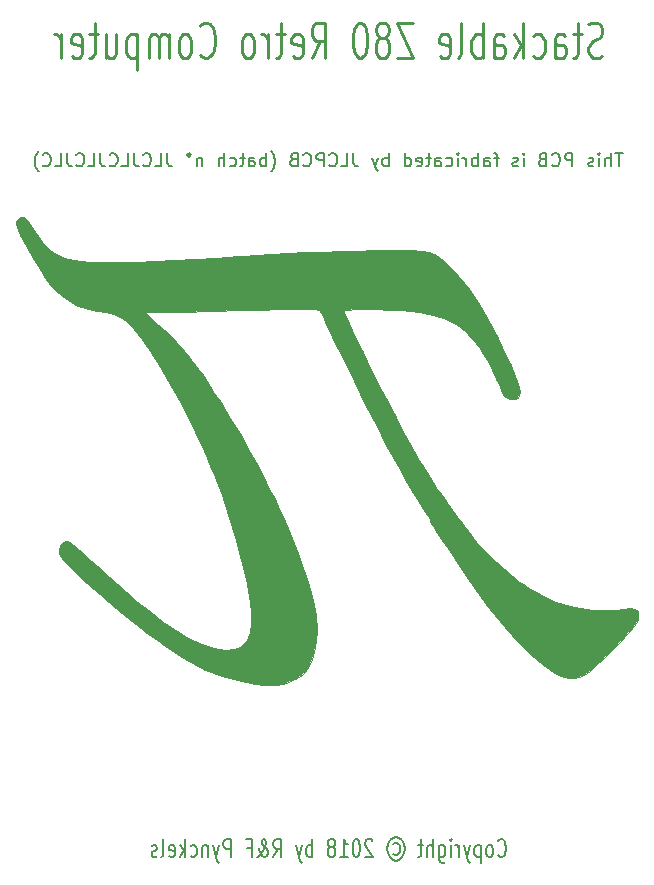
<source format=gbo>
%TF.GenerationSoftware,KiCad,Pcbnew,(5.0.0)*%
%TF.CreationDate,2018-10-23T17:17:03+02:00*%
%TF.ProjectId,S80 Breakout 2in,53383020427265616B6F75742032696E,1.0*%
%TF.SameCoordinates,Original*%
%TF.FileFunction,Legend,Bot*%
%TF.FilePolarity,Positive*%
%FSLAX46Y46*%
G04 Gerber Fmt 4.6, Leading zero omitted, Abs format (unit mm)*
G04 Created by KiCad (PCBNEW (5.0.0)) date 10/23/18 17:17:03*
%MOMM*%
%LPD*%
G01*
G04 APERTURE LIST*
%ADD10C,0.150000*%
%ADD11C,0.250000*%
%ADD12C,0.010000*%
G04 APERTURE END LIST*
D10*
X90495710Y-123542834D02*
X90548091Y-123614262D01*
X90705234Y-123685691D01*
X90809996Y-123685691D01*
X90967139Y-123614262D01*
X91071900Y-123471405D01*
X91124281Y-123328548D01*
X91176662Y-123042834D01*
X91176662Y-122828548D01*
X91124281Y-122542834D01*
X91071900Y-122399977D01*
X90967139Y-122257120D01*
X90809996Y-122185691D01*
X90705234Y-122185691D01*
X90548091Y-122257120D01*
X90495710Y-122328548D01*
X89867139Y-123685691D02*
X89971900Y-123614262D01*
X90024281Y-123542834D01*
X90076662Y-123399977D01*
X90076662Y-122971405D01*
X90024281Y-122828548D01*
X89971900Y-122757120D01*
X89867139Y-122685691D01*
X89709996Y-122685691D01*
X89605234Y-122757120D01*
X89552853Y-122828548D01*
X89500472Y-122971405D01*
X89500472Y-123399977D01*
X89552853Y-123542834D01*
X89605234Y-123614262D01*
X89709996Y-123685691D01*
X89867139Y-123685691D01*
X89029043Y-122685691D02*
X89029043Y-124185691D01*
X89029043Y-122757120D02*
X88924281Y-122685691D01*
X88714758Y-122685691D01*
X88609996Y-122757120D01*
X88557615Y-122828548D01*
X88505234Y-122971405D01*
X88505234Y-123399977D01*
X88557615Y-123542834D01*
X88609996Y-123614262D01*
X88714758Y-123685691D01*
X88924281Y-123685691D01*
X89029043Y-123614262D01*
X88138567Y-122685691D02*
X87876662Y-123685691D01*
X87614758Y-122685691D02*
X87876662Y-123685691D01*
X87981424Y-124042834D01*
X88033805Y-124114262D01*
X88138567Y-124185691D01*
X87195710Y-123685691D02*
X87195710Y-122685691D01*
X87195710Y-122971405D02*
X87143329Y-122828548D01*
X87090948Y-122757120D01*
X86986186Y-122685691D01*
X86881424Y-122685691D01*
X86514758Y-123685691D02*
X86514758Y-122685691D01*
X86514758Y-122185691D02*
X86567139Y-122257120D01*
X86514758Y-122328548D01*
X86462377Y-122257120D01*
X86514758Y-122185691D01*
X86514758Y-122328548D01*
X85519520Y-122685691D02*
X85519520Y-123899977D01*
X85571900Y-124042834D01*
X85624281Y-124114262D01*
X85729043Y-124185691D01*
X85886186Y-124185691D01*
X85990948Y-124114262D01*
X85519520Y-123614262D02*
X85624281Y-123685691D01*
X85833805Y-123685691D01*
X85938567Y-123614262D01*
X85990948Y-123542834D01*
X86043329Y-123399977D01*
X86043329Y-122971405D01*
X85990948Y-122828548D01*
X85938567Y-122757120D01*
X85833805Y-122685691D01*
X85624281Y-122685691D01*
X85519520Y-122757120D01*
X84995710Y-123685691D02*
X84995710Y-122185691D01*
X84524281Y-123685691D02*
X84524281Y-122899977D01*
X84576662Y-122757120D01*
X84681424Y-122685691D01*
X84838567Y-122685691D01*
X84943329Y-122757120D01*
X84995710Y-122828548D01*
X84157615Y-122685691D02*
X83738567Y-122685691D01*
X84000472Y-122185691D02*
X84000472Y-123471405D01*
X83948091Y-123614262D01*
X83843329Y-123685691D01*
X83738567Y-123685691D01*
X81643329Y-122542834D02*
X81748091Y-122471405D01*
X81957615Y-122471405D01*
X82062377Y-122542834D01*
X82167139Y-122685691D01*
X82219520Y-122828548D01*
X82219520Y-123114262D01*
X82167139Y-123257120D01*
X82062377Y-123399977D01*
X81957615Y-123471405D01*
X81748091Y-123471405D01*
X81643329Y-123399977D01*
X81852853Y-121971405D02*
X82114758Y-122042834D01*
X82376662Y-122257120D01*
X82533805Y-122614262D01*
X82586186Y-122971405D01*
X82533805Y-123328548D01*
X82376662Y-123685691D01*
X82114758Y-123899977D01*
X81852853Y-123971405D01*
X81590948Y-123899977D01*
X81329043Y-123685691D01*
X81171900Y-123328548D01*
X81119520Y-122971405D01*
X81171900Y-122614262D01*
X81329043Y-122257120D01*
X81590948Y-122042834D01*
X81852853Y-121971405D01*
X79862377Y-122328548D02*
X79809996Y-122257120D01*
X79705234Y-122185691D01*
X79443329Y-122185691D01*
X79338567Y-122257120D01*
X79286186Y-122328548D01*
X79233805Y-122471405D01*
X79233805Y-122614262D01*
X79286186Y-122828548D01*
X79914758Y-123685691D01*
X79233805Y-123685691D01*
X78552853Y-122185691D02*
X78448091Y-122185691D01*
X78343329Y-122257120D01*
X78290948Y-122328548D01*
X78238567Y-122471405D01*
X78186186Y-122757120D01*
X78186186Y-123114262D01*
X78238567Y-123399977D01*
X78290948Y-123542834D01*
X78343329Y-123614262D01*
X78448091Y-123685691D01*
X78552853Y-123685691D01*
X78657615Y-123614262D01*
X78709996Y-123542834D01*
X78762377Y-123399977D01*
X78814758Y-123114262D01*
X78814758Y-122757120D01*
X78762377Y-122471405D01*
X78709996Y-122328548D01*
X78657615Y-122257120D01*
X78552853Y-122185691D01*
X77138567Y-123685691D02*
X77767139Y-123685691D01*
X77452853Y-123685691D02*
X77452853Y-122185691D01*
X77557615Y-122399977D01*
X77662377Y-122542834D01*
X77767139Y-122614262D01*
X76509996Y-122828548D02*
X76614758Y-122757120D01*
X76667139Y-122685691D01*
X76719520Y-122542834D01*
X76719520Y-122471405D01*
X76667139Y-122328548D01*
X76614758Y-122257120D01*
X76509996Y-122185691D01*
X76300472Y-122185691D01*
X76195710Y-122257120D01*
X76143329Y-122328548D01*
X76090948Y-122471405D01*
X76090948Y-122542834D01*
X76143329Y-122685691D01*
X76195710Y-122757120D01*
X76300472Y-122828548D01*
X76509996Y-122828548D01*
X76614758Y-122899977D01*
X76667139Y-122971405D01*
X76719520Y-123114262D01*
X76719520Y-123399977D01*
X76667139Y-123542834D01*
X76614758Y-123614262D01*
X76509996Y-123685691D01*
X76300472Y-123685691D01*
X76195710Y-123614262D01*
X76143329Y-123542834D01*
X76090948Y-123399977D01*
X76090948Y-123114262D01*
X76143329Y-122971405D01*
X76195710Y-122899977D01*
X76300472Y-122828548D01*
X74781424Y-123685691D02*
X74781424Y-122185691D01*
X74781424Y-122757120D02*
X74676662Y-122685691D01*
X74467139Y-122685691D01*
X74362377Y-122757120D01*
X74309996Y-122828548D01*
X74257615Y-122971405D01*
X74257615Y-123399977D01*
X74309996Y-123542834D01*
X74362377Y-123614262D01*
X74467139Y-123685691D01*
X74676662Y-123685691D01*
X74781424Y-123614262D01*
X73890948Y-122685691D02*
X73629043Y-123685691D01*
X73367139Y-122685691D02*
X73629043Y-123685691D01*
X73733805Y-124042834D01*
X73786186Y-124114262D01*
X73890948Y-124185691D01*
X71481424Y-123685691D02*
X71848091Y-122971405D01*
X72109996Y-123685691D02*
X72109996Y-122185691D01*
X71690948Y-122185691D01*
X71586186Y-122257120D01*
X71533805Y-122328548D01*
X71481424Y-122471405D01*
X71481424Y-122685691D01*
X71533805Y-122828548D01*
X71586186Y-122899977D01*
X71690948Y-122971405D01*
X72109996Y-122971405D01*
X70119519Y-123685691D02*
X70171900Y-123685691D01*
X70276662Y-123614262D01*
X70433805Y-123399977D01*
X70695710Y-122971405D01*
X70800472Y-122757120D01*
X70852853Y-122542834D01*
X70852853Y-122399977D01*
X70800472Y-122257120D01*
X70695710Y-122185691D01*
X70643329Y-122185691D01*
X70538567Y-122257120D01*
X70486186Y-122399977D01*
X70486186Y-122471405D01*
X70538567Y-122614262D01*
X70590948Y-122685691D01*
X70905234Y-122971405D01*
X70957615Y-123042834D01*
X71009996Y-123185691D01*
X71009996Y-123399977D01*
X70957615Y-123542834D01*
X70905234Y-123614262D01*
X70800472Y-123685691D01*
X70643329Y-123685691D01*
X70538567Y-123614262D01*
X70486186Y-123542834D01*
X70329043Y-123257120D01*
X70276662Y-123042834D01*
X70276662Y-122899977D01*
X69281424Y-122899977D02*
X69648091Y-122899977D01*
X69648091Y-123685691D02*
X69648091Y-122185691D01*
X69124281Y-122185691D01*
X67867139Y-123685691D02*
X67867139Y-122185691D01*
X67448091Y-122185691D01*
X67343329Y-122257120D01*
X67290948Y-122328548D01*
X67238567Y-122471405D01*
X67238567Y-122685691D01*
X67290948Y-122828548D01*
X67343329Y-122899977D01*
X67448091Y-122971405D01*
X67867139Y-122971405D01*
X66871900Y-122685691D02*
X66609996Y-123685691D01*
X66348091Y-122685691D02*
X66609996Y-123685691D01*
X66714758Y-124042834D01*
X66767139Y-124114262D01*
X66871900Y-124185691D01*
X65929043Y-122685691D02*
X65929043Y-123685691D01*
X65929043Y-122828548D02*
X65876662Y-122757120D01*
X65771900Y-122685691D01*
X65614758Y-122685691D01*
X65509996Y-122757120D01*
X65457615Y-122899977D01*
X65457615Y-123685691D01*
X64462377Y-123614262D02*
X64567139Y-123685691D01*
X64776662Y-123685691D01*
X64881424Y-123614262D01*
X64933805Y-123542834D01*
X64986186Y-123399977D01*
X64986186Y-122971405D01*
X64933805Y-122828548D01*
X64881424Y-122757120D01*
X64776662Y-122685691D01*
X64567139Y-122685691D01*
X64462377Y-122757120D01*
X63990948Y-123685691D02*
X63990948Y-122185691D01*
X63886186Y-123114262D02*
X63571900Y-123685691D01*
X63571900Y-122685691D02*
X63990948Y-123257120D01*
X62681424Y-123614262D02*
X62786186Y-123685691D01*
X62995710Y-123685691D01*
X63100472Y-123614262D01*
X63152853Y-123471405D01*
X63152853Y-122899977D01*
X63100472Y-122757120D01*
X62995710Y-122685691D01*
X62786186Y-122685691D01*
X62681424Y-122757120D01*
X62629043Y-122899977D01*
X62629043Y-123042834D01*
X63152853Y-123185691D01*
X62000472Y-123685691D02*
X62105234Y-123614262D01*
X62157615Y-123471405D01*
X62157615Y-122185691D01*
X61633805Y-123614262D02*
X61529043Y-123685691D01*
X61319519Y-123685691D01*
X61214758Y-123614262D01*
X61162377Y-123471405D01*
X61162377Y-123399977D01*
X61214758Y-123257120D01*
X61319519Y-123185691D01*
X61476662Y-123185691D01*
X61581424Y-123114262D01*
X61633805Y-122971405D01*
X61633805Y-122899977D01*
X61581424Y-122757120D01*
X61476662Y-122685691D01*
X61319519Y-122685691D01*
X61214758Y-122757120D01*
D11*
X99295238Y-55884485D02*
X99009523Y-56027342D01*
X98533333Y-56027342D01*
X98342857Y-55884485D01*
X98247619Y-55741628D01*
X98152380Y-55455914D01*
X98152380Y-55170200D01*
X98247619Y-54884485D01*
X98342857Y-54741628D01*
X98533333Y-54598771D01*
X98914285Y-54455914D01*
X99104761Y-54313057D01*
X99200000Y-54170200D01*
X99295238Y-53884485D01*
X99295238Y-53598771D01*
X99200000Y-53313057D01*
X99104761Y-53170200D01*
X98914285Y-53027342D01*
X98438095Y-53027342D01*
X98152380Y-53170200D01*
X97580952Y-54027342D02*
X96819047Y-54027342D01*
X97295238Y-53027342D02*
X97295238Y-55598771D01*
X97200000Y-55884485D01*
X97009523Y-56027342D01*
X96819047Y-56027342D01*
X95295238Y-56027342D02*
X95295238Y-54455914D01*
X95390476Y-54170200D01*
X95580952Y-54027342D01*
X95961904Y-54027342D01*
X96152380Y-54170200D01*
X95295238Y-55884485D02*
X95485714Y-56027342D01*
X95961904Y-56027342D01*
X96152380Y-55884485D01*
X96247619Y-55598771D01*
X96247619Y-55313057D01*
X96152380Y-55027342D01*
X95961904Y-54884485D01*
X95485714Y-54884485D01*
X95295238Y-54741628D01*
X93485714Y-55884485D02*
X93676190Y-56027342D01*
X94057142Y-56027342D01*
X94247619Y-55884485D01*
X94342857Y-55741628D01*
X94438095Y-55455914D01*
X94438095Y-54598771D01*
X94342857Y-54313057D01*
X94247619Y-54170200D01*
X94057142Y-54027342D01*
X93676190Y-54027342D01*
X93485714Y-54170200D01*
X92628571Y-56027342D02*
X92628571Y-53027342D01*
X92438095Y-54884485D02*
X91866666Y-56027342D01*
X91866666Y-54027342D02*
X92628571Y-55170200D01*
X90152380Y-56027342D02*
X90152380Y-54455914D01*
X90247619Y-54170200D01*
X90438095Y-54027342D01*
X90819047Y-54027342D01*
X91009523Y-54170200D01*
X90152380Y-55884485D02*
X90342857Y-56027342D01*
X90819047Y-56027342D01*
X91009523Y-55884485D01*
X91104761Y-55598771D01*
X91104761Y-55313057D01*
X91009523Y-55027342D01*
X90819047Y-54884485D01*
X90342857Y-54884485D01*
X90152380Y-54741628D01*
X89200000Y-56027342D02*
X89200000Y-53027342D01*
X89200000Y-54170200D02*
X89009523Y-54027342D01*
X88628571Y-54027342D01*
X88438095Y-54170200D01*
X88342857Y-54313057D01*
X88247619Y-54598771D01*
X88247619Y-55455914D01*
X88342857Y-55741628D01*
X88438095Y-55884485D01*
X88628571Y-56027342D01*
X89009523Y-56027342D01*
X89200000Y-55884485D01*
X87104761Y-56027342D02*
X87295238Y-55884485D01*
X87390476Y-55598771D01*
X87390476Y-53027342D01*
X85580952Y-55884485D02*
X85771428Y-56027342D01*
X86152380Y-56027342D01*
X86342857Y-55884485D01*
X86438095Y-55598771D01*
X86438095Y-54455914D01*
X86342857Y-54170200D01*
X86152380Y-54027342D01*
X85771428Y-54027342D01*
X85580952Y-54170200D01*
X85485714Y-54455914D01*
X85485714Y-54741628D01*
X86438095Y-55027342D01*
X83295238Y-53027342D02*
X81961904Y-53027342D01*
X83295238Y-56027342D01*
X81961904Y-56027342D01*
X80914285Y-54313057D02*
X81104761Y-54170200D01*
X81200000Y-54027342D01*
X81295238Y-53741628D01*
X81295238Y-53598771D01*
X81200000Y-53313057D01*
X81104761Y-53170200D01*
X80914285Y-53027342D01*
X80533333Y-53027342D01*
X80342857Y-53170200D01*
X80247619Y-53313057D01*
X80152380Y-53598771D01*
X80152380Y-53741628D01*
X80247619Y-54027342D01*
X80342857Y-54170200D01*
X80533333Y-54313057D01*
X80914285Y-54313057D01*
X81104761Y-54455914D01*
X81200000Y-54598771D01*
X81295238Y-54884485D01*
X81295238Y-55455914D01*
X81200000Y-55741628D01*
X81104761Y-55884485D01*
X80914285Y-56027342D01*
X80533333Y-56027342D01*
X80342857Y-55884485D01*
X80247619Y-55741628D01*
X80152380Y-55455914D01*
X80152380Y-54884485D01*
X80247619Y-54598771D01*
X80342857Y-54455914D01*
X80533333Y-54313057D01*
X78914285Y-53027342D02*
X78723809Y-53027342D01*
X78533333Y-53170200D01*
X78438095Y-53313057D01*
X78342857Y-53598771D01*
X78247619Y-54170200D01*
X78247619Y-54884485D01*
X78342857Y-55455914D01*
X78438095Y-55741628D01*
X78533333Y-55884485D01*
X78723809Y-56027342D01*
X78914285Y-56027342D01*
X79104761Y-55884485D01*
X79200000Y-55741628D01*
X79295238Y-55455914D01*
X79390476Y-54884485D01*
X79390476Y-54170200D01*
X79295238Y-53598771D01*
X79200000Y-53313057D01*
X79104761Y-53170200D01*
X78914285Y-53027342D01*
X74723809Y-56027342D02*
X75390476Y-54598771D01*
X75866666Y-56027342D02*
X75866666Y-53027342D01*
X75104761Y-53027342D01*
X74914285Y-53170200D01*
X74819047Y-53313057D01*
X74723809Y-53598771D01*
X74723809Y-54027342D01*
X74819047Y-54313057D01*
X74914285Y-54455914D01*
X75104761Y-54598771D01*
X75866666Y-54598771D01*
X73104761Y-55884485D02*
X73295238Y-56027342D01*
X73676190Y-56027342D01*
X73866666Y-55884485D01*
X73961904Y-55598771D01*
X73961904Y-54455914D01*
X73866666Y-54170200D01*
X73676190Y-54027342D01*
X73295238Y-54027342D01*
X73104761Y-54170200D01*
X73009523Y-54455914D01*
X73009523Y-54741628D01*
X73961904Y-55027342D01*
X72438095Y-54027342D02*
X71676190Y-54027342D01*
X72152380Y-53027342D02*
X72152380Y-55598771D01*
X72057142Y-55884485D01*
X71866666Y-56027342D01*
X71676190Y-56027342D01*
X71009523Y-56027342D02*
X71009523Y-54027342D01*
X71009523Y-54598771D02*
X70914285Y-54313057D01*
X70819047Y-54170200D01*
X70628571Y-54027342D01*
X70438095Y-54027342D01*
X69485714Y-56027342D02*
X69676190Y-55884485D01*
X69771428Y-55741628D01*
X69866666Y-55455914D01*
X69866666Y-54598771D01*
X69771428Y-54313057D01*
X69676190Y-54170200D01*
X69485714Y-54027342D01*
X69200000Y-54027342D01*
X69009523Y-54170200D01*
X68914285Y-54313057D01*
X68819047Y-54598771D01*
X68819047Y-55455914D01*
X68914285Y-55741628D01*
X69009523Y-55884485D01*
X69200000Y-56027342D01*
X69485714Y-56027342D01*
X65295238Y-55741628D02*
X65390476Y-55884485D01*
X65676190Y-56027342D01*
X65866666Y-56027342D01*
X66152380Y-55884485D01*
X66342857Y-55598771D01*
X66438095Y-55313057D01*
X66533333Y-54741628D01*
X66533333Y-54313057D01*
X66438095Y-53741628D01*
X66342857Y-53455914D01*
X66152380Y-53170200D01*
X65866666Y-53027342D01*
X65676190Y-53027342D01*
X65390476Y-53170200D01*
X65295238Y-53313057D01*
X64152380Y-56027342D02*
X64342857Y-55884485D01*
X64438095Y-55741628D01*
X64533333Y-55455914D01*
X64533333Y-54598771D01*
X64438095Y-54313057D01*
X64342857Y-54170200D01*
X64152380Y-54027342D01*
X63866666Y-54027342D01*
X63676190Y-54170200D01*
X63580952Y-54313057D01*
X63485714Y-54598771D01*
X63485714Y-55455914D01*
X63580952Y-55741628D01*
X63676190Y-55884485D01*
X63866666Y-56027342D01*
X64152380Y-56027342D01*
X62628571Y-56027342D02*
X62628571Y-54027342D01*
X62628571Y-54313057D02*
X62533333Y-54170200D01*
X62342857Y-54027342D01*
X62057142Y-54027342D01*
X61866666Y-54170200D01*
X61771428Y-54455914D01*
X61771428Y-56027342D01*
X61771428Y-54455914D02*
X61676190Y-54170200D01*
X61485714Y-54027342D01*
X61200000Y-54027342D01*
X61009523Y-54170200D01*
X60914285Y-54455914D01*
X60914285Y-56027342D01*
X59961904Y-54027342D02*
X59961904Y-57027342D01*
X59961904Y-54170200D02*
X59771428Y-54027342D01*
X59390476Y-54027342D01*
X59200000Y-54170200D01*
X59104761Y-54313057D01*
X59009523Y-54598771D01*
X59009523Y-55455914D01*
X59104761Y-55741628D01*
X59200000Y-55884485D01*
X59390476Y-56027342D01*
X59771428Y-56027342D01*
X59961904Y-55884485D01*
X57295238Y-54027342D02*
X57295238Y-56027342D01*
X58152380Y-54027342D02*
X58152380Y-55598771D01*
X58057142Y-55884485D01*
X57866666Y-56027342D01*
X57580952Y-56027342D01*
X57390476Y-55884485D01*
X57295238Y-55741628D01*
X56628571Y-54027342D02*
X55866666Y-54027342D01*
X56342857Y-53027342D02*
X56342857Y-55598771D01*
X56247619Y-55884485D01*
X56057142Y-56027342D01*
X55866666Y-56027342D01*
X54438095Y-55884485D02*
X54628571Y-56027342D01*
X55009523Y-56027342D01*
X55200000Y-55884485D01*
X55295238Y-55598771D01*
X55295238Y-54455914D01*
X55200000Y-54170200D01*
X55009523Y-54027342D01*
X54628571Y-54027342D01*
X54438095Y-54170200D01*
X54342857Y-54455914D01*
X54342857Y-54741628D01*
X55295238Y-55027342D01*
X53485714Y-56027342D02*
X53485714Y-54027342D01*
X53485714Y-54598771D02*
X53390476Y-54313057D01*
X53295238Y-54170200D01*
X53104761Y-54027342D01*
X52914285Y-54027342D01*
D10*
X101040523Y-64094619D02*
X100411952Y-64094619D01*
X100726238Y-65194619D02*
X100726238Y-64094619D01*
X100045285Y-65194619D02*
X100045285Y-64094619D01*
X99573857Y-65194619D02*
X99573857Y-64618428D01*
X99626238Y-64513666D01*
X99731000Y-64461285D01*
X99888142Y-64461285D01*
X99992904Y-64513666D01*
X100045285Y-64566047D01*
X99050047Y-65194619D02*
X99050047Y-64461285D01*
X99050047Y-64094619D02*
X99102428Y-64147000D01*
X99050047Y-64199380D01*
X98997666Y-64147000D01*
X99050047Y-64094619D01*
X99050047Y-64199380D01*
X98578619Y-65142238D02*
X98473857Y-65194619D01*
X98264333Y-65194619D01*
X98159571Y-65142238D01*
X98107190Y-65037476D01*
X98107190Y-64985095D01*
X98159571Y-64880333D01*
X98264333Y-64827952D01*
X98421476Y-64827952D01*
X98526238Y-64775571D01*
X98578619Y-64670809D01*
X98578619Y-64618428D01*
X98526238Y-64513666D01*
X98421476Y-64461285D01*
X98264333Y-64461285D01*
X98159571Y-64513666D01*
X96797666Y-65194619D02*
X96797666Y-64094619D01*
X96378619Y-64094619D01*
X96273857Y-64147000D01*
X96221476Y-64199380D01*
X96169095Y-64304142D01*
X96169095Y-64461285D01*
X96221476Y-64566047D01*
X96273857Y-64618428D01*
X96378619Y-64670809D01*
X96797666Y-64670809D01*
X95069095Y-65089857D02*
X95121476Y-65142238D01*
X95278619Y-65194619D01*
X95383380Y-65194619D01*
X95540523Y-65142238D01*
X95645285Y-65037476D01*
X95697666Y-64932714D01*
X95750047Y-64723190D01*
X95750047Y-64566047D01*
X95697666Y-64356523D01*
X95645285Y-64251761D01*
X95540523Y-64147000D01*
X95383380Y-64094619D01*
X95278619Y-64094619D01*
X95121476Y-64147000D01*
X95069095Y-64199380D01*
X94231000Y-64618428D02*
X94073857Y-64670809D01*
X94021476Y-64723190D01*
X93969095Y-64827952D01*
X93969095Y-64985095D01*
X94021476Y-65089857D01*
X94073857Y-65142238D01*
X94178619Y-65194619D01*
X94597666Y-65194619D01*
X94597666Y-64094619D01*
X94231000Y-64094619D01*
X94126238Y-64147000D01*
X94073857Y-64199380D01*
X94021476Y-64304142D01*
X94021476Y-64408904D01*
X94073857Y-64513666D01*
X94126238Y-64566047D01*
X94231000Y-64618428D01*
X94597666Y-64618428D01*
X92659571Y-65194619D02*
X92659571Y-64461285D01*
X92659571Y-64094619D02*
X92711952Y-64147000D01*
X92659571Y-64199380D01*
X92607190Y-64147000D01*
X92659571Y-64094619D01*
X92659571Y-64199380D01*
X92188142Y-65142238D02*
X92083380Y-65194619D01*
X91873857Y-65194619D01*
X91769095Y-65142238D01*
X91716714Y-65037476D01*
X91716714Y-64985095D01*
X91769095Y-64880333D01*
X91873857Y-64827952D01*
X92031000Y-64827952D01*
X92135761Y-64775571D01*
X92188142Y-64670809D01*
X92188142Y-64618428D01*
X92135761Y-64513666D01*
X92031000Y-64461285D01*
X91873857Y-64461285D01*
X91769095Y-64513666D01*
X90564333Y-64461285D02*
X90145285Y-64461285D01*
X90407190Y-65194619D02*
X90407190Y-64251761D01*
X90354809Y-64147000D01*
X90250047Y-64094619D01*
X90145285Y-64094619D01*
X89307190Y-65194619D02*
X89307190Y-64618428D01*
X89359571Y-64513666D01*
X89464333Y-64461285D01*
X89673857Y-64461285D01*
X89778619Y-64513666D01*
X89307190Y-65142238D02*
X89411952Y-65194619D01*
X89673857Y-65194619D01*
X89778619Y-65142238D01*
X89831000Y-65037476D01*
X89831000Y-64932714D01*
X89778619Y-64827952D01*
X89673857Y-64775571D01*
X89411952Y-64775571D01*
X89307190Y-64723190D01*
X88783380Y-65194619D02*
X88783380Y-64094619D01*
X88783380Y-64513666D02*
X88678619Y-64461285D01*
X88469095Y-64461285D01*
X88364333Y-64513666D01*
X88311952Y-64566047D01*
X88259571Y-64670809D01*
X88259571Y-64985095D01*
X88311952Y-65089857D01*
X88364333Y-65142238D01*
X88469095Y-65194619D01*
X88678619Y-65194619D01*
X88783380Y-65142238D01*
X87788142Y-65194619D02*
X87788142Y-64461285D01*
X87788142Y-64670809D02*
X87735761Y-64566047D01*
X87683380Y-64513666D01*
X87578619Y-64461285D01*
X87473857Y-64461285D01*
X87107190Y-65194619D02*
X87107190Y-64461285D01*
X87107190Y-64094619D02*
X87159571Y-64147000D01*
X87107190Y-64199380D01*
X87054809Y-64147000D01*
X87107190Y-64094619D01*
X87107190Y-64199380D01*
X86111952Y-65142238D02*
X86216714Y-65194619D01*
X86426238Y-65194619D01*
X86530999Y-65142238D01*
X86583380Y-65089857D01*
X86635761Y-64985095D01*
X86635761Y-64670809D01*
X86583380Y-64566047D01*
X86530999Y-64513666D01*
X86426238Y-64461285D01*
X86216714Y-64461285D01*
X86111952Y-64513666D01*
X85169095Y-65194619D02*
X85169095Y-64618428D01*
X85221476Y-64513666D01*
X85326238Y-64461285D01*
X85535761Y-64461285D01*
X85640523Y-64513666D01*
X85169095Y-65142238D02*
X85273857Y-65194619D01*
X85535761Y-65194619D01*
X85640523Y-65142238D01*
X85692904Y-65037476D01*
X85692904Y-64932714D01*
X85640523Y-64827952D01*
X85535761Y-64775571D01*
X85273857Y-64775571D01*
X85169095Y-64723190D01*
X84802428Y-64461285D02*
X84383380Y-64461285D01*
X84645285Y-64094619D02*
X84645285Y-65037476D01*
X84592904Y-65142238D01*
X84488142Y-65194619D01*
X84383380Y-65194619D01*
X83597666Y-65142238D02*
X83702428Y-65194619D01*
X83911952Y-65194619D01*
X84016714Y-65142238D01*
X84069095Y-65037476D01*
X84069095Y-64618428D01*
X84016714Y-64513666D01*
X83911952Y-64461285D01*
X83702428Y-64461285D01*
X83597666Y-64513666D01*
X83545285Y-64618428D01*
X83545285Y-64723190D01*
X84069095Y-64827952D01*
X82602428Y-65194619D02*
X82602428Y-64094619D01*
X82602428Y-65142238D02*
X82707190Y-65194619D01*
X82916714Y-65194619D01*
X83021476Y-65142238D01*
X83073857Y-65089857D01*
X83126238Y-64985095D01*
X83126238Y-64670809D01*
X83073857Y-64566047D01*
X83021476Y-64513666D01*
X82916714Y-64461285D01*
X82707190Y-64461285D01*
X82602428Y-64513666D01*
X81240523Y-65194619D02*
X81240523Y-64094619D01*
X81240523Y-64513666D02*
X81135761Y-64461285D01*
X80926238Y-64461285D01*
X80821476Y-64513666D01*
X80769095Y-64566047D01*
X80716714Y-64670809D01*
X80716714Y-64985095D01*
X80769095Y-65089857D01*
X80821476Y-65142238D01*
X80926238Y-65194619D01*
X81135761Y-65194619D01*
X81240523Y-65142238D01*
X80350047Y-64461285D02*
X80088142Y-65194619D01*
X79826238Y-64461285D02*
X80088142Y-65194619D01*
X80192904Y-65456523D01*
X80245285Y-65508904D01*
X80350047Y-65561285D01*
X78254809Y-64094619D02*
X78254809Y-64880333D01*
X78307190Y-65037476D01*
X78411952Y-65142238D01*
X78569095Y-65194619D01*
X78673857Y-65194619D01*
X77207190Y-65194619D02*
X77730999Y-65194619D01*
X77730999Y-64094619D01*
X76211952Y-65089857D02*
X76264333Y-65142238D01*
X76421476Y-65194619D01*
X76526238Y-65194619D01*
X76683380Y-65142238D01*
X76788142Y-65037476D01*
X76840523Y-64932714D01*
X76892904Y-64723190D01*
X76892904Y-64566047D01*
X76840523Y-64356523D01*
X76788142Y-64251761D01*
X76683380Y-64147000D01*
X76526238Y-64094619D01*
X76421476Y-64094619D01*
X76264333Y-64147000D01*
X76211952Y-64199380D01*
X75740523Y-65194619D02*
X75740523Y-64094619D01*
X75321476Y-64094619D01*
X75216714Y-64147000D01*
X75164333Y-64199380D01*
X75111952Y-64304142D01*
X75111952Y-64461285D01*
X75164333Y-64566047D01*
X75216714Y-64618428D01*
X75321476Y-64670809D01*
X75740523Y-64670809D01*
X74011952Y-65089857D02*
X74064333Y-65142238D01*
X74221476Y-65194619D01*
X74326238Y-65194619D01*
X74483380Y-65142238D01*
X74588142Y-65037476D01*
X74640523Y-64932714D01*
X74692904Y-64723190D01*
X74692904Y-64566047D01*
X74640523Y-64356523D01*
X74588142Y-64251761D01*
X74483380Y-64147000D01*
X74326238Y-64094619D01*
X74221476Y-64094619D01*
X74064333Y-64147000D01*
X74011952Y-64199380D01*
X73173857Y-64618428D02*
X73016714Y-64670809D01*
X72964333Y-64723190D01*
X72911952Y-64827952D01*
X72911952Y-64985095D01*
X72964333Y-65089857D01*
X73016714Y-65142238D01*
X73121476Y-65194619D01*
X73540523Y-65194619D01*
X73540523Y-64094619D01*
X73173857Y-64094619D01*
X73069095Y-64147000D01*
X73016714Y-64199380D01*
X72964333Y-64304142D01*
X72964333Y-64408904D01*
X73016714Y-64513666D01*
X73069095Y-64566047D01*
X73173857Y-64618428D01*
X73540523Y-64618428D01*
X71288142Y-65613666D02*
X71340523Y-65561285D01*
X71445285Y-65404142D01*
X71497666Y-65299380D01*
X71550047Y-65142238D01*
X71602428Y-64880333D01*
X71602428Y-64670809D01*
X71550047Y-64408904D01*
X71497666Y-64251761D01*
X71445285Y-64147000D01*
X71340523Y-63989857D01*
X71288142Y-63937476D01*
X70869095Y-65194619D02*
X70869095Y-64094619D01*
X70869095Y-64513666D02*
X70764333Y-64461285D01*
X70554809Y-64461285D01*
X70450047Y-64513666D01*
X70397666Y-64566047D01*
X70345285Y-64670809D01*
X70345285Y-64985095D01*
X70397666Y-65089857D01*
X70450047Y-65142238D01*
X70554809Y-65194619D01*
X70764333Y-65194619D01*
X70869095Y-65142238D01*
X69402428Y-65194619D02*
X69402428Y-64618428D01*
X69454809Y-64513666D01*
X69559571Y-64461285D01*
X69769095Y-64461285D01*
X69873857Y-64513666D01*
X69402428Y-65142238D02*
X69507190Y-65194619D01*
X69769095Y-65194619D01*
X69873857Y-65142238D01*
X69926238Y-65037476D01*
X69926238Y-64932714D01*
X69873857Y-64827952D01*
X69769095Y-64775571D01*
X69507190Y-64775571D01*
X69402428Y-64723190D01*
X69035761Y-64461285D02*
X68616714Y-64461285D01*
X68878619Y-64094619D02*
X68878619Y-65037476D01*
X68826238Y-65142238D01*
X68721476Y-65194619D01*
X68616714Y-65194619D01*
X67778619Y-65142238D02*
X67883380Y-65194619D01*
X68092904Y-65194619D01*
X68197666Y-65142238D01*
X68250047Y-65089857D01*
X68302428Y-64985095D01*
X68302428Y-64670809D01*
X68250047Y-64566047D01*
X68197666Y-64513666D01*
X68092904Y-64461285D01*
X67883380Y-64461285D01*
X67778619Y-64513666D01*
X67307190Y-65194619D02*
X67307190Y-64094619D01*
X66835761Y-65194619D02*
X66835761Y-64618428D01*
X66888142Y-64513666D01*
X66992904Y-64461285D01*
X67150047Y-64461285D01*
X67254809Y-64513666D01*
X67307190Y-64566047D01*
X65473857Y-64461285D02*
X65473857Y-65194619D01*
X65473857Y-64566047D02*
X65421476Y-64513666D01*
X65316714Y-64461285D01*
X65159571Y-64461285D01*
X65054809Y-64513666D01*
X65002428Y-64618428D01*
X65002428Y-65194619D01*
X64321476Y-64094619D02*
X64426238Y-64147000D01*
X64478619Y-64251761D01*
X64426238Y-64356523D01*
X64321476Y-64408904D01*
X64216714Y-64356523D01*
X64164333Y-64251761D01*
X64216714Y-64147000D01*
X64321476Y-64094619D01*
X62488142Y-64094619D02*
X62488142Y-64880333D01*
X62540523Y-65037476D01*
X62645285Y-65142238D01*
X62802428Y-65194619D01*
X62907190Y-65194619D01*
X61440523Y-65194619D02*
X61964333Y-65194619D01*
X61964333Y-64094619D01*
X60445285Y-65089857D02*
X60497666Y-65142238D01*
X60654809Y-65194619D01*
X60759571Y-65194619D01*
X60916714Y-65142238D01*
X61021476Y-65037476D01*
X61073857Y-64932714D01*
X61126238Y-64723190D01*
X61126238Y-64566047D01*
X61073857Y-64356523D01*
X61021476Y-64251761D01*
X60916714Y-64147000D01*
X60759571Y-64094619D01*
X60654809Y-64094619D01*
X60497666Y-64147000D01*
X60445285Y-64199380D01*
X59659571Y-64094619D02*
X59659571Y-64880333D01*
X59711952Y-65037476D01*
X59816714Y-65142238D01*
X59973857Y-65194619D01*
X60078619Y-65194619D01*
X58611952Y-65194619D02*
X59135761Y-65194619D01*
X59135761Y-64094619D01*
X57616714Y-65089857D02*
X57669095Y-65142238D01*
X57826238Y-65194619D01*
X57930999Y-65194619D01*
X58088142Y-65142238D01*
X58192904Y-65037476D01*
X58245285Y-64932714D01*
X58297666Y-64723190D01*
X58297666Y-64566047D01*
X58245285Y-64356523D01*
X58192904Y-64251761D01*
X58088142Y-64147000D01*
X57930999Y-64094619D01*
X57826238Y-64094619D01*
X57669095Y-64147000D01*
X57616714Y-64199380D01*
X56830999Y-64094619D02*
X56830999Y-64880333D01*
X56883380Y-65037476D01*
X56988142Y-65142238D01*
X57145285Y-65194619D01*
X57250047Y-65194619D01*
X55783380Y-65194619D02*
X56307190Y-65194619D01*
X56307190Y-64094619D01*
X54788142Y-65089857D02*
X54840523Y-65142238D01*
X54997666Y-65194619D01*
X55102428Y-65194619D01*
X55259571Y-65142238D01*
X55364333Y-65037476D01*
X55416714Y-64932714D01*
X55469095Y-64723190D01*
X55469095Y-64566047D01*
X55416714Y-64356523D01*
X55364333Y-64251761D01*
X55259571Y-64147000D01*
X55102428Y-64094619D01*
X54997666Y-64094619D01*
X54840523Y-64147000D01*
X54788142Y-64199380D01*
X54002428Y-64094619D02*
X54002428Y-64880333D01*
X54054809Y-65037476D01*
X54159571Y-65142238D01*
X54316714Y-65194619D01*
X54421476Y-65194619D01*
X52954809Y-65194619D02*
X53478619Y-65194619D01*
X53478619Y-64094619D01*
X51959571Y-65089857D02*
X52011952Y-65142238D01*
X52169095Y-65194619D01*
X52273857Y-65194619D01*
X52430999Y-65142238D01*
X52535761Y-65037476D01*
X52588142Y-64932714D01*
X52640523Y-64723190D01*
X52640523Y-64566047D01*
X52588142Y-64356523D01*
X52535761Y-64251761D01*
X52430999Y-64147000D01*
X52273857Y-64094619D01*
X52169095Y-64094619D01*
X52011952Y-64147000D01*
X51959571Y-64199380D01*
X51592904Y-65613666D02*
X51540523Y-65561285D01*
X51435761Y-65404142D01*
X51383380Y-65299380D01*
X51330999Y-65142238D01*
X51278619Y-64880333D01*
X51278619Y-64670809D01*
X51330999Y-64408904D01*
X51383380Y-64251761D01*
X51435761Y-64147000D01*
X51540523Y-63989857D01*
X51592904Y-63937476D01*
D12*
G36*
X50149094Y-69485062D02*
X49886519Y-69668190D01*
X49702995Y-69877698D01*
X49656451Y-70074731D01*
X49739694Y-70375292D01*
X49828560Y-70602704D01*
X50023923Y-71015474D01*
X50347618Y-71617679D01*
X50762392Y-72345739D01*
X51230994Y-73136073D01*
X51716170Y-73925103D01*
X52180668Y-74649247D01*
X52336399Y-74882919D01*
X52992443Y-75670652D01*
X53813411Y-76385884D01*
X54582193Y-76870578D01*
X54949612Y-77009791D01*
X55520589Y-77172581D01*
X56200331Y-77333319D01*
X56575476Y-77409524D01*
X57265859Y-77555539D01*
X57889900Y-77713283D01*
X58356691Y-77858600D01*
X58513651Y-77924572D01*
X59018516Y-78294258D01*
X59616765Y-78915911D01*
X60290919Y-79760170D01*
X61023498Y-80797677D01*
X61797021Y-81999074D01*
X62594009Y-83335001D01*
X63396981Y-84776100D01*
X64188460Y-86293013D01*
X64950963Y-87856380D01*
X65667012Y-89436843D01*
X66319126Y-91005043D01*
X66353540Y-91092262D01*
X67093501Y-93058218D01*
X67747341Y-94967576D01*
X68310129Y-96796355D01*
X68776932Y-98520577D01*
X69142822Y-100116263D01*
X69402866Y-101559435D01*
X69552134Y-102826113D01*
X69585695Y-103892320D01*
X69498617Y-104734076D01*
X69285971Y-105327403D01*
X69282142Y-105333729D01*
X68830956Y-105799566D01*
X68192084Y-106056394D01*
X67390865Y-106109807D01*
X66452636Y-105965399D01*
X65402736Y-105628766D01*
X64266503Y-105105502D01*
X63069275Y-104401201D01*
X62147907Y-103758532D01*
X61083918Y-102936194D01*
X59883491Y-101957708D01*
X58619560Y-100885090D01*
X57365061Y-99780359D01*
X56192930Y-98705531D01*
X56077517Y-98596851D01*
X55436341Y-98007935D01*
X54864675Y-97514122D01*
X54403410Y-97148587D01*
X54093437Y-96944503D01*
X54002133Y-96913095D01*
X53670960Y-97046618D01*
X53420270Y-97377642D01*
X53312131Y-97801847D01*
X53335159Y-98034147D01*
X53494588Y-98298955D01*
X53864584Y-98722602D01*
X54415927Y-99279705D01*
X55119401Y-99944881D01*
X55945785Y-100692749D01*
X56865862Y-101497926D01*
X57850414Y-102335029D01*
X58870221Y-103178677D01*
X59896065Y-104003487D01*
X60898727Y-104784076D01*
X61848990Y-105495062D01*
X62286443Y-105810208D01*
X64025290Y-106939533D01*
X65712285Y-107810889D01*
X67404882Y-108448240D01*
X69160534Y-108875550D01*
X69928976Y-108997938D01*
X70727583Y-109096996D01*
X71316116Y-109138157D01*
X71781617Y-109119690D01*
X72211133Y-109039861D01*
X72538812Y-108945973D01*
X73329644Y-108634203D01*
X73924301Y-108228023D01*
X74374636Y-107670007D01*
X74732502Y-106902731D01*
X74930533Y-106297261D01*
X75123088Y-105367057D01*
X75172785Y-104342706D01*
X75074857Y-103195446D01*
X74824538Y-101896513D01*
X74417063Y-100417142D01*
X73847665Y-98728570D01*
X73538493Y-97895833D01*
X73232068Y-97121955D01*
X72854944Y-96217477D01*
X72444319Y-95267280D01*
X72037388Y-94356242D01*
X71671347Y-93569245D01*
X71418337Y-93057738D01*
X71139868Y-92507673D01*
X70860352Y-91935402D01*
X70818954Y-91848214D01*
X70623368Y-91458376D01*
X70325322Y-90893249D01*
X69971545Y-90240558D01*
X69731738Y-89807143D01*
X69341999Y-89108132D01*
X68950847Y-88405026D01*
X68616073Y-87801777D01*
X68470884Y-87539286D01*
X68159678Y-87003418D01*
X67842454Y-86500740D01*
X67660959Y-86239895D01*
X67435207Y-85915318D01*
X67315699Y-85697398D01*
X67310000Y-85671817D01*
X67229418Y-85511903D01*
X67012721Y-85163550D01*
X66697483Y-84685840D01*
X66478453Y-84364285D01*
X66121708Y-83833323D01*
X65841538Y-83391554D01*
X65675753Y-83099963D01*
X65646905Y-83023198D01*
X65543238Y-82826564D01*
X65410754Y-82693418D01*
X65206301Y-82468651D01*
X64908776Y-82078211D01*
X64622487Y-81665632D01*
X64160156Y-81062259D01*
X63479024Y-80307492D01*
X62604758Y-79427894D01*
X61563026Y-78450026D01*
X61186786Y-78110209D01*
X60582024Y-77568896D01*
X61489167Y-77567965D01*
X61835578Y-77563492D01*
X62446912Y-77551107D01*
X63285837Y-77531742D01*
X64315024Y-77506328D01*
X65497143Y-77475798D01*
X66794865Y-77441084D01*
X68170859Y-77403117D01*
X68774388Y-77386106D01*
X70466541Y-77340561D01*
X71874613Y-77308307D01*
X73016609Y-77289308D01*
X73910536Y-77283531D01*
X74574399Y-77290939D01*
X75026204Y-77311499D01*
X75283958Y-77345175D01*
X75355141Y-77373380D01*
X75534796Y-77618967D01*
X75724574Y-78015440D01*
X75763346Y-78118113D01*
X75883657Y-78401771D01*
X76120873Y-78915741D01*
X76455520Y-79620455D01*
X76868128Y-80476346D01*
X77339223Y-81443844D01*
X77849334Y-82483383D01*
X78378988Y-83555393D01*
X78908713Y-84620306D01*
X79419036Y-85638554D01*
X79890487Y-86570569D01*
X80303592Y-87376782D01*
X80585676Y-87917262D01*
X81125600Y-88927212D01*
X81694243Y-89969919D01*
X82267873Y-91003776D01*
X82822758Y-91987176D01*
X83335167Y-92878511D01*
X83781366Y-93636175D01*
X84137624Y-94218559D01*
X84380210Y-94584056D01*
X84413187Y-94627709D01*
X84615448Y-94922813D01*
X84696905Y-95114778D01*
X84775000Y-95303437D01*
X84974650Y-95647085D01*
X85130515Y-95888139D01*
X85355715Y-96225528D01*
X85711270Y-96759851D01*
X86160531Y-97435961D01*
X86666853Y-98198712D01*
X87109702Y-98866417D01*
X88402826Y-100750388D01*
X89673882Y-102472147D01*
X90906777Y-104013640D01*
X92085420Y-105356813D01*
X93193719Y-106483612D01*
X94215582Y-107375984D01*
X95134916Y-108015874D01*
X95391026Y-108157302D01*
X95868668Y-108342736D01*
X96427383Y-108481347D01*
X96538474Y-108498924D01*
X96935505Y-108515996D01*
X97324744Y-108436618D01*
X97748615Y-108235581D01*
X98249544Y-107887673D01*
X98869957Y-107367683D01*
X99652278Y-106650400D01*
X99657608Y-106645392D01*
X100663437Y-105663586D01*
X101445470Y-104820201D01*
X101996842Y-104123718D01*
X102310691Y-103582617D01*
X102386191Y-103273758D01*
X102323213Y-102859727D01*
X102107079Y-102639368D01*
X101696984Y-102592758D01*
X101161327Y-102675747D01*
X100421623Y-102767181D01*
X99491299Y-102783656D01*
X98471002Y-102731443D01*
X97461380Y-102616810D01*
X96563078Y-102446028D01*
X96286562Y-102372079D01*
X95425907Y-102089892D01*
X94647313Y-101763036D01*
X93852305Y-101343911D01*
X92942407Y-100784915D01*
X92765317Y-100670008D01*
X92214065Y-100271734D01*
X91544100Y-99729230D01*
X90811458Y-99094216D01*
X90072172Y-98418413D01*
X89382278Y-97753539D01*
X88797811Y-97151316D01*
X88374807Y-96663463D01*
X88268508Y-96519484D01*
X88030417Y-96184476D01*
X87672419Y-95695881D01*
X87258238Y-95140352D01*
X87101083Y-94931984D01*
X86702078Y-94393691D01*
X86257938Y-93776591D01*
X85803067Y-93130756D01*
X85371869Y-92506258D01*
X84998749Y-91953167D01*
X84718112Y-91521555D01*
X84564361Y-91261492D01*
X84545714Y-91212975D01*
X84466401Y-91053381D01*
X84270478Y-90753337D01*
X84218779Y-90679802D01*
X83905876Y-90196822D01*
X83482216Y-89477837D01*
X82967060Y-88559842D01*
X82379667Y-87479834D01*
X81739297Y-86274810D01*
X81065208Y-84981765D01*
X80376661Y-83637696D01*
X79692916Y-82279599D01*
X79033231Y-80944471D01*
X78416867Y-79669307D01*
X77863082Y-78491105D01*
X77782766Y-78316666D01*
X77331728Y-77333928D01*
X78708662Y-77287169D01*
X79392852Y-77281255D01*
X80270824Y-77298747D01*
X81235163Y-77336314D01*
X82178453Y-77390625D01*
X82284784Y-77398084D01*
X83775283Y-77547396D01*
X85017438Y-77776960D01*
X86059856Y-78110003D01*
X86951148Y-78569752D01*
X87739924Y-79179433D01*
X88474793Y-79962273D01*
X88953481Y-80584524D01*
X89253364Y-81055189D01*
X89619521Y-81709916D01*
X90003491Y-82452997D01*
X90356816Y-83188724D01*
X90631036Y-83821390D01*
X90733913Y-84100863D01*
X91016491Y-84632517D01*
X91418182Y-84903794D01*
X91882458Y-84905957D01*
X92152038Y-84779866D01*
X92299557Y-84548906D01*
X92319645Y-84186456D01*
X92206929Y-83665899D01*
X91956037Y-82960614D01*
X91561599Y-82043985D01*
X91110629Y-81081254D01*
X90831393Y-80491592D01*
X90609389Y-80008093D01*
X90472463Y-79692280D01*
X90442143Y-79604143D01*
X90368520Y-79436161D01*
X90183144Y-79111930D01*
X90087092Y-78956222D01*
X89788700Y-78461190D01*
X89466013Y-77895824D01*
X89365317Y-77711905D01*
X88773698Y-76710827D01*
X88087683Y-75708644D01*
X87350175Y-74756451D01*
X86604074Y-73905348D01*
X85892283Y-73206432D01*
X85257705Y-72710802D01*
X85074881Y-72601820D01*
X84679894Y-72465553D01*
X84057400Y-72368817D01*
X83174584Y-72306963D01*
X82921648Y-72296840D01*
X82185741Y-72284357D01*
X81196690Y-72287895D01*
X80003214Y-72305761D01*
X78654029Y-72336259D01*
X77197856Y-72377695D01*
X75683411Y-72428374D01*
X74159412Y-72486602D01*
X72674577Y-72550684D01*
X71277625Y-72618924D01*
X70017273Y-72689629D01*
X68942240Y-72761105D01*
X68443929Y-72800444D01*
X66658418Y-72941131D01*
X64871952Y-73060780D01*
X63118113Y-73158524D01*
X61430486Y-73233499D01*
X59842653Y-73284839D01*
X58388197Y-73311680D01*
X57100704Y-73313157D01*
X56013755Y-73288404D01*
X55160934Y-73236557D01*
X54579644Y-73157562D01*
X53772883Y-72945062D01*
X53114254Y-72658162D01*
X52541830Y-72249545D01*
X51993680Y-71671897D01*
X51407878Y-70877899D01*
X51211263Y-70583946D01*
X50877223Y-70095500D01*
X50587983Y-69706757D01*
X50396321Y-69487847D01*
X50372530Y-69469467D01*
X50149094Y-69485062D01*
X50149094Y-69485062D01*
G37*
X50149094Y-69485062D02*
X49886519Y-69668190D01*
X49702995Y-69877698D01*
X49656451Y-70074731D01*
X49739694Y-70375292D01*
X49828560Y-70602704D01*
X50023923Y-71015474D01*
X50347618Y-71617679D01*
X50762392Y-72345739D01*
X51230994Y-73136073D01*
X51716170Y-73925103D01*
X52180668Y-74649247D01*
X52336399Y-74882919D01*
X52992443Y-75670652D01*
X53813411Y-76385884D01*
X54582193Y-76870578D01*
X54949612Y-77009791D01*
X55520589Y-77172581D01*
X56200331Y-77333319D01*
X56575476Y-77409524D01*
X57265859Y-77555539D01*
X57889900Y-77713283D01*
X58356691Y-77858600D01*
X58513651Y-77924572D01*
X59018516Y-78294258D01*
X59616765Y-78915911D01*
X60290919Y-79760170D01*
X61023498Y-80797677D01*
X61797021Y-81999074D01*
X62594009Y-83335001D01*
X63396981Y-84776100D01*
X64188460Y-86293013D01*
X64950963Y-87856380D01*
X65667012Y-89436843D01*
X66319126Y-91005043D01*
X66353540Y-91092262D01*
X67093501Y-93058218D01*
X67747341Y-94967576D01*
X68310129Y-96796355D01*
X68776932Y-98520577D01*
X69142822Y-100116263D01*
X69402866Y-101559435D01*
X69552134Y-102826113D01*
X69585695Y-103892320D01*
X69498617Y-104734076D01*
X69285971Y-105327403D01*
X69282142Y-105333729D01*
X68830956Y-105799566D01*
X68192084Y-106056394D01*
X67390865Y-106109807D01*
X66452636Y-105965399D01*
X65402736Y-105628766D01*
X64266503Y-105105502D01*
X63069275Y-104401201D01*
X62147907Y-103758532D01*
X61083918Y-102936194D01*
X59883491Y-101957708D01*
X58619560Y-100885090D01*
X57365061Y-99780359D01*
X56192930Y-98705531D01*
X56077517Y-98596851D01*
X55436341Y-98007935D01*
X54864675Y-97514122D01*
X54403410Y-97148587D01*
X54093437Y-96944503D01*
X54002133Y-96913095D01*
X53670960Y-97046618D01*
X53420270Y-97377642D01*
X53312131Y-97801847D01*
X53335159Y-98034147D01*
X53494588Y-98298955D01*
X53864584Y-98722602D01*
X54415927Y-99279705D01*
X55119401Y-99944881D01*
X55945785Y-100692749D01*
X56865862Y-101497926D01*
X57850414Y-102335029D01*
X58870221Y-103178677D01*
X59896065Y-104003487D01*
X60898727Y-104784076D01*
X61848990Y-105495062D01*
X62286443Y-105810208D01*
X64025290Y-106939533D01*
X65712285Y-107810889D01*
X67404882Y-108448240D01*
X69160534Y-108875550D01*
X69928976Y-108997938D01*
X70727583Y-109096996D01*
X71316116Y-109138157D01*
X71781617Y-109119690D01*
X72211133Y-109039861D01*
X72538812Y-108945973D01*
X73329644Y-108634203D01*
X73924301Y-108228023D01*
X74374636Y-107670007D01*
X74732502Y-106902731D01*
X74930533Y-106297261D01*
X75123088Y-105367057D01*
X75172785Y-104342706D01*
X75074857Y-103195446D01*
X74824538Y-101896513D01*
X74417063Y-100417142D01*
X73847665Y-98728570D01*
X73538493Y-97895833D01*
X73232068Y-97121955D01*
X72854944Y-96217477D01*
X72444319Y-95267280D01*
X72037388Y-94356242D01*
X71671347Y-93569245D01*
X71418337Y-93057738D01*
X71139868Y-92507673D01*
X70860352Y-91935402D01*
X70818954Y-91848214D01*
X70623368Y-91458376D01*
X70325322Y-90893249D01*
X69971545Y-90240558D01*
X69731738Y-89807143D01*
X69341999Y-89108132D01*
X68950847Y-88405026D01*
X68616073Y-87801777D01*
X68470884Y-87539286D01*
X68159678Y-87003418D01*
X67842454Y-86500740D01*
X67660959Y-86239895D01*
X67435207Y-85915318D01*
X67315699Y-85697398D01*
X67310000Y-85671817D01*
X67229418Y-85511903D01*
X67012721Y-85163550D01*
X66697483Y-84685840D01*
X66478453Y-84364285D01*
X66121708Y-83833323D01*
X65841538Y-83391554D01*
X65675753Y-83099963D01*
X65646905Y-83023198D01*
X65543238Y-82826564D01*
X65410754Y-82693418D01*
X65206301Y-82468651D01*
X64908776Y-82078211D01*
X64622487Y-81665632D01*
X64160156Y-81062259D01*
X63479024Y-80307492D01*
X62604758Y-79427894D01*
X61563026Y-78450026D01*
X61186786Y-78110209D01*
X60582024Y-77568896D01*
X61489167Y-77567965D01*
X61835578Y-77563492D01*
X62446912Y-77551107D01*
X63285837Y-77531742D01*
X64315024Y-77506328D01*
X65497143Y-77475798D01*
X66794865Y-77441084D01*
X68170859Y-77403117D01*
X68774388Y-77386106D01*
X70466541Y-77340561D01*
X71874613Y-77308307D01*
X73016609Y-77289308D01*
X73910536Y-77283531D01*
X74574399Y-77290939D01*
X75026204Y-77311499D01*
X75283958Y-77345175D01*
X75355141Y-77373380D01*
X75534796Y-77618967D01*
X75724574Y-78015440D01*
X75763346Y-78118113D01*
X75883657Y-78401771D01*
X76120873Y-78915741D01*
X76455520Y-79620455D01*
X76868128Y-80476346D01*
X77339223Y-81443844D01*
X77849334Y-82483383D01*
X78378988Y-83555393D01*
X78908713Y-84620306D01*
X79419036Y-85638554D01*
X79890487Y-86570569D01*
X80303592Y-87376782D01*
X80585676Y-87917262D01*
X81125600Y-88927212D01*
X81694243Y-89969919D01*
X82267873Y-91003776D01*
X82822758Y-91987176D01*
X83335167Y-92878511D01*
X83781366Y-93636175D01*
X84137624Y-94218559D01*
X84380210Y-94584056D01*
X84413187Y-94627709D01*
X84615448Y-94922813D01*
X84696905Y-95114778D01*
X84775000Y-95303437D01*
X84974650Y-95647085D01*
X85130515Y-95888139D01*
X85355715Y-96225528D01*
X85711270Y-96759851D01*
X86160531Y-97435961D01*
X86666853Y-98198712D01*
X87109702Y-98866417D01*
X88402826Y-100750388D01*
X89673882Y-102472147D01*
X90906777Y-104013640D01*
X92085420Y-105356813D01*
X93193719Y-106483612D01*
X94215582Y-107375984D01*
X95134916Y-108015874D01*
X95391026Y-108157302D01*
X95868668Y-108342736D01*
X96427383Y-108481347D01*
X96538474Y-108498924D01*
X96935505Y-108515996D01*
X97324744Y-108436618D01*
X97748615Y-108235581D01*
X98249544Y-107887673D01*
X98869957Y-107367683D01*
X99652278Y-106650400D01*
X99657608Y-106645392D01*
X100663437Y-105663586D01*
X101445470Y-104820201D01*
X101996842Y-104123718D01*
X102310691Y-103582617D01*
X102386191Y-103273758D01*
X102323213Y-102859727D01*
X102107079Y-102639368D01*
X101696984Y-102592758D01*
X101161327Y-102675747D01*
X100421623Y-102767181D01*
X99491299Y-102783656D01*
X98471002Y-102731443D01*
X97461380Y-102616810D01*
X96563078Y-102446028D01*
X96286562Y-102372079D01*
X95425907Y-102089892D01*
X94647313Y-101763036D01*
X93852305Y-101343911D01*
X92942407Y-100784915D01*
X92765317Y-100670008D01*
X92214065Y-100271734D01*
X91544100Y-99729230D01*
X90811458Y-99094216D01*
X90072172Y-98418413D01*
X89382278Y-97753539D01*
X88797811Y-97151316D01*
X88374807Y-96663463D01*
X88268508Y-96519484D01*
X88030417Y-96184476D01*
X87672419Y-95695881D01*
X87258238Y-95140352D01*
X87101083Y-94931984D01*
X86702078Y-94393691D01*
X86257938Y-93776591D01*
X85803067Y-93130756D01*
X85371869Y-92506258D01*
X84998749Y-91953167D01*
X84718112Y-91521555D01*
X84564361Y-91261492D01*
X84545714Y-91212975D01*
X84466401Y-91053381D01*
X84270478Y-90753337D01*
X84218779Y-90679802D01*
X83905876Y-90196822D01*
X83482216Y-89477837D01*
X82967060Y-88559842D01*
X82379667Y-87479834D01*
X81739297Y-86274810D01*
X81065208Y-84981765D01*
X80376661Y-83637696D01*
X79692916Y-82279599D01*
X79033231Y-80944471D01*
X78416867Y-79669307D01*
X77863082Y-78491105D01*
X77782766Y-78316666D01*
X77331728Y-77333928D01*
X78708662Y-77287169D01*
X79392852Y-77281255D01*
X80270824Y-77298747D01*
X81235163Y-77336314D01*
X82178453Y-77390625D01*
X82284784Y-77398084D01*
X83775283Y-77547396D01*
X85017438Y-77776960D01*
X86059856Y-78110003D01*
X86951148Y-78569752D01*
X87739924Y-79179433D01*
X88474793Y-79962273D01*
X88953481Y-80584524D01*
X89253364Y-81055189D01*
X89619521Y-81709916D01*
X90003491Y-82452997D01*
X90356816Y-83188724D01*
X90631036Y-83821390D01*
X90733913Y-84100863D01*
X91016491Y-84632517D01*
X91418182Y-84903794D01*
X91882458Y-84905957D01*
X92152038Y-84779866D01*
X92299557Y-84548906D01*
X92319645Y-84186456D01*
X92206929Y-83665899D01*
X91956037Y-82960614D01*
X91561599Y-82043985D01*
X91110629Y-81081254D01*
X90831393Y-80491592D01*
X90609389Y-80008093D01*
X90472463Y-79692280D01*
X90442143Y-79604143D01*
X90368520Y-79436161D01*
X90183144Y-79111930D01*
X90087092Y-78956222D01*
X89788700Y-78461190D01*
X89466013Y-77895824D01*
X89365317Y-77711905D01*
X88773698Y-76710827D01*
X88087683Y-75708644D01*
X87350175Y-74756451D01*
X86604074Y-73905348D01*
X85892283Y-73206432D01*
X85257705Y-72710802D01*
X85074881Y-72601820D01*
X84679894Y-72465553D01*
X84057400Y-72368817D01*
X83174584Y-72306963D01*
X82921648Y-72296840D01*
X82185741Y-72284357D01*
X81196690Y-72287895D01*
X80003214Y-72305761D01*
X78654029Y-72336259D01*
X77197856Y-72377695D01*
X75683411Y-72428374D01*
X74159412Y-72486602D01*
X72674577Y-72550684D01*
X71277625Y-72618924D01*
X70017273Y-72689629D01*
X68942240Y-72761105D01*
X68443929Y-72800444D01*
X66658418Y-72941131D01*
X64871952Y-73060780D01*
X63118113Y-73158524D01*
X61430486Y-73233499D01*
X59842653Y-73284839D01*
X58388197Y-73311680D01*
X57100704Y-73313157D01*
X56013755Y-73288404D01*
X55160934Y-73236557D01*
X54579644Y-73157562D01*
X53772883Y-72945062D01*
X53114254Y-72658162D01*
X52541830Y-72249545D01*
X51993680Y-71671897D01*
X51407878Y-70877899D01*
X51211263Y-70583946D01*
X50877223Y-70095500D01*
X50587983Y-69706757D01*
X50396321Y-69487847D01*
X50372530Y-69469467D01*
X50149094Y-69485062D01*
M02*

</source>
